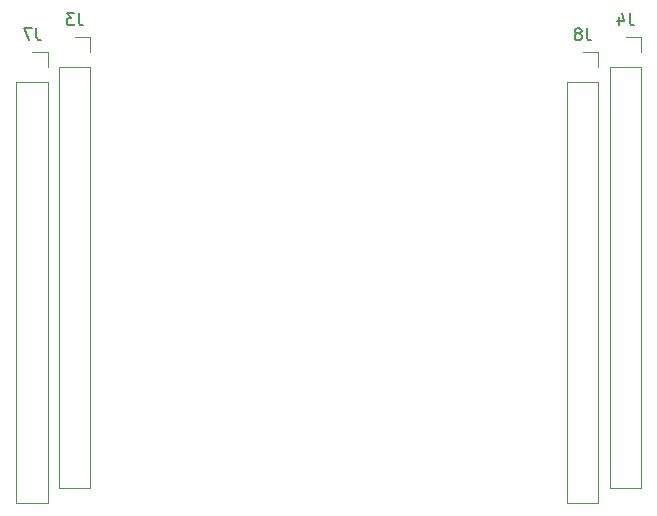
<source format=gbr>
%TF.GenerationSoftware,KiCad,Pcbnew,(5.99.0-7356-g63088e8bdb)*%
%TF.CreationDate,2020-12-15T21:08:54+08:00*%
%TF.ProjectId,DaughterBoard,44617567-6874-4657-9242-6f6172642e6b,rev?*%
%TF.SameCoordinates,Original*%
%TF.FileFunction,Legend,Bot*%
%TF.FilePolarity,Positive*%
%FSLAX46Y46*%
G04 Gerber Fmt 4.6, Leading zero omitted, Abs format (unit mm)*
G04 Created by KiCad (PCBNEW (5.99.0-7356-g63088e8bdb)) date 2020-12-15 21:08:54*
%MOMM*%
%LPD*%
G01*
G04 APERTURE LIST*
%ADD10C,0.150000*%
%ADD11C,0.120000*%
G04 APERTURE END LIST*
D10*
%TO.C,J3*%
X65865333Y-30440380D02*
X65865333Y-31154666D01*
X65912952Y-31297523D01*
X66008190Y-31392761D01*
X66151047Y-31440380D01*
X66246285Y-31440380D01*
X65484380Y-30440380D02*
X64865333Y-30440380D01*
X65198666Y-30821333D01*
X65055809Y-30821333D01*
X64960571Y-30868952D01*
X64912952Y-30916571D01*
X64865333Y-31011809D01*
X64865333Y-31249904D01*
X64912952Y-31345142D01*
X64960571Y-31392761D01*
X65055809Y-31440380D01*
X65341523Y-31440380D01*
X65436761Y-31392761D01*
X65484380Y-31345142D01*
%TO.C,J7*%
X62250333Y-31710380D02*
X62250333Y-32424666D01*
X62297952Y-32567523D01*
X62393190Y-32662761D01*
X62536047Y-32710380D01*
X62631285Y-32710380D01*
X61869380Y-31710380D02*
X61202714Y-31710380D01*
X61631285Y-32710380D01*
%TO.C,J4*%
X112499733Y-30440380D02*
X112499733Y-31154666D01*
X112547352Y-31297523D01*
X112642590Y-31392761D01*
X112785447Y-31440380D01*
X112880685Y-31440380D01*
X111594971Y-30773714D02*
X111594971Y-31440380D01*
X111833066Y-30392761D02*
X112071161Y-31107047D01*
X111452114Y-31107047D01*
%TO.C,J8*%
X108870176Y-31710380D02*
X108870176Y-32424666D01*
X108917795Y-32567523D01*
X109013033Y-32662761D01*
X109155890Y-32710380D01*
X109251128Y-32710380D01*
X108251128Y-32138952D02*
X108346366Y-32091333D01*
X108393985Y-32043714D01*
X108441604Y-31948476D01*
X108441604Y-31900857D01*
X108393985Y-31805619D01*
X108346366Y-31758000D01*
X108251128Y-31710380D01*
X108060652Y-31710380D01*
X107965414Y-31758000D01*
X107917795Y-31805619D01*
X107870176Y-31900857D01*
X107870176Y-31948476D01*
X107917795Y-32043714D01*
X107965414Y-32091333D01*
X108060652Y-32138952D01*
X108251128Y-32138952D01*
X108346366Y-32186571D01*
X108393985Y-32234190D01*
X108441604Y-32329428D01*
X108441604Y-32519904D01*
X108393985Y-32615142D01*
X108346366Y-32662761D01*
X108251128Y-32710380D01*
X108060652Y-32710380D01*
X107965414Y-32662761D01*
X107917795Y-32615142D01*
X107870176Y-32519904D01*
X107870176Y-32329428D01*
X107917795Y-32234190D01*
X107965414Y-32186571D01*
X108060652Y-32138952D01*
D11*
%TO.C,J3*%
X66862000Y-35011000D02*
X66862000Y-70631000D01*
X64202000Y-35011000D02*
X64202000Y-70631000D01*
X66862000Y-33741000D02*
X66862000Y-32411000D01*
X66862000Y-32411000D02*
X65532000Y-32411000D01*
X66862000Y-70631000D02*
X64202000Y-70631000D01*
X66862000Y-35011000D02*
X64202000Y-35011000D01*
%TO.C,J7*%
X60587000Y-36281000D02*
X60587000Y-71901000D01*
X63247000Y-36281000D02*
X63247000Y-71901000D01*
X63247000Y-71901000D02*
X60587000Y-71901000D01*
X63247000Y-33681000D02*
X61917000Y-33681000D01*
X63247000Y-35011000D02*
X63247000Y-33681000D01*
X63247000Y-36281000D02*
X60587000Y-36281000D01*
%TO.C,J4*%
X110836400Y-35011000D02*
X110836400Y-70631000D01*
X113496400Y-32411000D02*
X112166400Y-32411000D01*
X113496400Y-70631000D02*
X110836400Y-70631000D01*
X113496400Y-33741000D02*
X113496400Y-32411000D01*
X113496400Y-35011000D02*
X110836400Y-35011000D01*
X113496400Y-35011000D02*
X113496400Y-70631000D01*
%TO.C,J8*%
X109866843Y-35011000D02*
X109866843Y-33681000D01*
X109866843Y-71901000D02*
X107206843Y-71901000D01*
X109866843Y-36281000D02*
X107206843Y-36281000D01*
X109866843Y-36281000D02*
X109866843Y-71901000D01*
X109866843Y-33681000D02*
X108536843Y-33681000D01*
X107206843Y-36281000D02*
X107206843Y-71901000D01*
%TD*%
M02*

</source>
